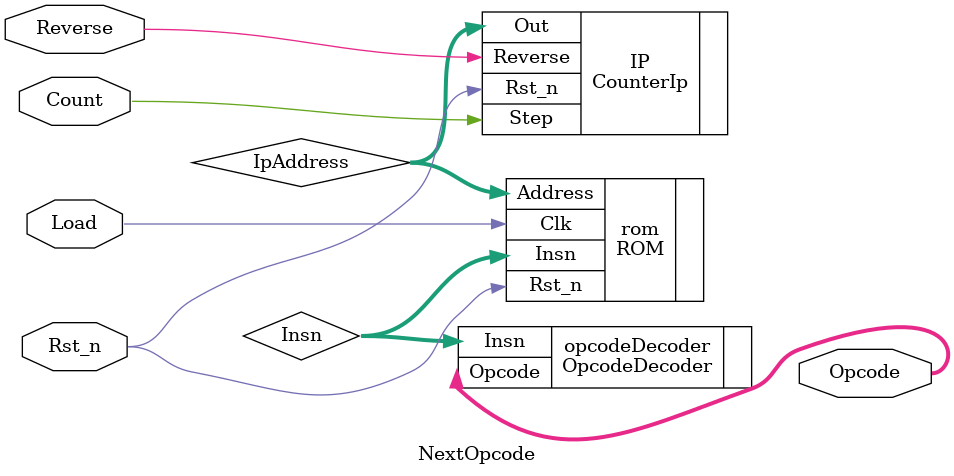
<source format=sv>
module NextOpcode(
    input wire Rst_n,
    input wire Count,
    input wire Reverse,
    input wire Load,
    output wire[15:0] Opcode
);

wire[23:0] IpAddress;

CounterIp IP(.Step(Count),
            .Reverse(Reverse), 
            .Rst_n(Rst_n), 
            .Out(IpAddress));

wire [3:0] Insn;
wire [15:0] _Opcode;

ROM rom(.Rst_n(Rst_n),
        .Clk(Load), 
        .Address(IpAddress),
        .Insn(Insn));

OpcodeDecoder opcodeDecoder(.Insn(Insn),
                            .Opcode(Opcode));


endmodule
</source>
